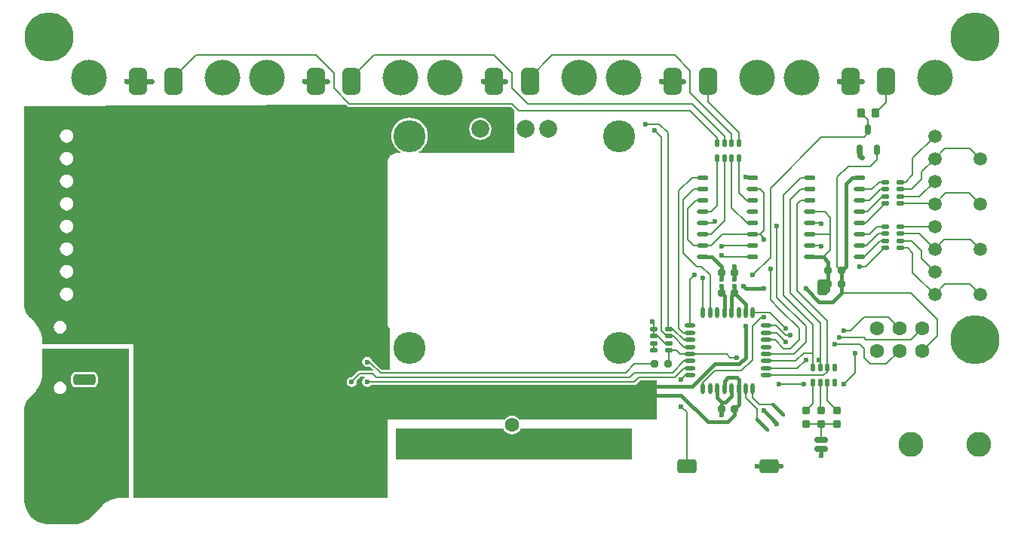
<source format=gtl>
G04*
G04 #@! TF.GenerationSoftware,Altium Limited,Altium Designer,18.0.7 (293)*
G04*
G04 Layer_Physical_Order=1*
G04 Layer_Color=255*
%FSLAX25Y25*%
%MOIN*%
G70*
G01*
G75*
%ADD11C,0.01575*%
%ADD12C,0.00591*%
%ADD15C,0.00787*%
G04:AMPARAMS|DCode=20|XSize=86.61mil|YSize=62.99mil|CornerRadius=15.75mil|HoleSize=0mil|Usage=FLASHONLY|Rotation=0.000|XOffset=0mil|YOffset=0mil|HoleType=Round|Shape=RoundedRectangle|*
%AMROUNDEDRECTD20*
21,1,0.08661,0.03150,0,0,0.0*
21,1,0.05512,0.06299,0,0,0.0*
1,1,0.03150,0.02756,-0.01575*
1,1,0.03150,-0.02756,-0.01575*
1,1,0.03150,-0.02756,0.01575*
1,1,0.03150,0.02756,0.01575*
%
%ADD20ROUNDEDRECTD20*%
G04:AMPARAMS|DCode=21|XSize=47.24mil|YSize=98.43mil|CornerRadius=11.81mil|HoleSize=0mil|Usage=FLASHONLY|Rotation=270.000|XOffset=0mil|YOffset=0mil|HoleType=Round|Shape=RoundedRectangle|*
%AMROUNDEDRECTD21*
21,1,0.04724,0.07480,0,0,270.0*
21,1,0.02362,0.09843,0,0,270.0*
1,1,0.02362,-0.03740,-0.01181*
1,1,0.02362,-0.03740,0.01181*
1,1,0.02362,0.03740,0.01181*
1,1,0.02362,0.03740,-0.01181*
%
%ADD21ROUNDEDRECTD21*%
G04:AMPARAMS|DCode=22|XSize=15.75mil|YSize=82.68mil|CornerRadius=7.87mil|HoleSize=0mil|Usage=FLASHONLY|Rotation=225.000|XOffset=0mil|YOffset=0mil|HoleType=Round|Shape=RoundedRectangle|*
%AMROUNDEDRECTD22*
21,1,0.01575,0.06693,0,0,225.0*
21,1,0.00000,0.08268,0,0,225.0*
1,1,0.01575,-0.02366,0.02366*
1,1,0.01575,-0.02366,0.02366*
1,1,0.01575,0.02366,-0.02366*
1,1,0.01575,0.02366,-0.02366*
%
%ADD22ROUNDEDRECTD22*%
G04:AMPARAMS|DCode=23|XSize=23.62mil|YSize=45.28mil|CornerRadius=5.91mil|HoleSize=0mil|Usage=FLASHONLY|Rotation=180.000|XOffset=0mil|YOffset=0mil|HoleType=Round|Shape=RoundedRectangle|*
%AMROUNDEDRECTD23*
21,1,0.02362,0.03347,0,0,180.0*
21,1,0.01181,0.04528,0,0,180.0*
1,1,0.01181,-0.00591,0.01673*
1,1,0.01181,0.00591,0.01673*
1,1,0.01181,0.00591,-0.01673*
1,1,0.01181,-0.00591,-0.01673*
%
%ADD23ROUNDEDRECTD23*%
G04:AMPARAMS|DCode=24|XSize=118.11mil|YSize=78.74mil|CornerRadius=19.68mil|HoleSize=0mil|Usage=FLASHONLY|Rotation=270.000|XOffset=0mil|YOffset=0mil|HoleType=Round|Shape=RoundedRectangle|*
%AMROUNDEDRECTD24*
21,1,0.11811,0.03937,0,0,270.0*
21,1,0.07874,0.07874,0,0,270.0*
1,1,0.03937,-0.01968,-0.03937*
1,1,0.03937,-0.01968,0.03937*
1,1,0.03937,0.01968,0.03937*
1,1,0.03937,0.01968,-0.03937*
%
%ADD24ROUNDEDRECTD24*%
G04:AMPARAMS|DCode=25|XSize=31.5mil|YSize=31.5mil|CornerRadius=7.87mil|HoleSize=0mil|Usage=FLASHONLY|Rotation=270.000|XOffset=0mil|YOffset=0mil|HoleType=Round|Shape=RoundedRectangle|*
%AMROUNDEDRECTD25*
21,1,0.03150,0.01575,0,0,270.0*
21,1,0.01575,0.03150,0,0,270.0*
1,1,0.01575,-0.00787,-0.00787*
1,1,0.01575,-0.00787,0.00787*
1,1,0.01575,0.00787,0.00787*
1,1,0.01575,0.00787,-0.00787*
%
%ADD25ROUNDEDRECTD25*%
G04:AMPARAMS|DCode=26|XSize=17.72mil|YSize=35.43mil|CornerRadius=4.43mil|HoleSize=0mil|Usage=FLASHONLY|Rotation=0.000|XOffset=0mil|YOffset=0mil|HoleType=Round|Shape=RoundedRectangle|*
%AMROUNDEDRECTD26*
21,1,0.01772,0.02657,0,0,0.0*
21,1,0.00886,0.03543,0,0,0.0*
1,1,0.00886,0.00443,-0.01329*
1,1,0.00886,-0.00443,-0.01329*
1,1,0.00886,-0.00443,0.01329*
1,1,0.00886,0.00443,0.01329*
%
%ADD26ROUNDEDRECTD26*%
G04:AMPARAMS|DCode=27|XSize=31.5mil|YSize=31.5mil|CornerRadius=4.72mil|HoleSize=0mil|Usage=FLASHONLY|Rotation=0.000|XOffset=0mil|YOffset=0mil|HoleType=Round|Shape=RoundedRectangle|*
%AMROUNDEDRECTD27*
21,1,0.03150,0.02205,0,0,0.0*
21,1,0.02205,0.03150,0,0,0.0*
1,1,0.00945,0.01102,-0.01102*
1,1,0.00945,-0.01102,-0.01102*
1,1,0.00945,-0.01102,0.01102*
1,1,0.00945,0.01102,0.01102*
%
%ADD27ROUNDEDRECTD27*%
G04:AMPARAMS|DCode=28|XSize=17.72mil|YSize=35.43mil|CornerRadius=4.43mil|HoleSize=0mil|Usage=FLASHONLY|Rotation=270.000|XOffset=0mil|YOffset=0mil|HoleType=Round|Shape=RoundedRectangle|*
%AMROUNDEDRECTD28*
21,1,0.01772,0.02657,0,0,270.0*
21,1,0.00886,0.03543,0,0,270.0*
1,1,0.00886,-0.01329,-0.00443*
1,1,0.00886,-0.01329,0.00443*
1,1,0.00886,0.01329,0.00443*
1,1,0.00886,0.01329,-0.00443*
%
%ADD28ROUNDEDRECTD28*%
%ADD29O,0.05118X0.02284*%
%ADD30O,0.01968X0.04724*%
%ADD31O,0.04724X0.01968*%
G04:AMPARAMS|DCode=32|XSize=39.37mil|YSize=35.43mil|CornerRadius=8.86mil|HoleSize=0mil|Usage=FLASHONLY|Rotation=270.000|XOffset=0mil|YOffset=0mil|HoleType=Round|Shape=RoundedRectangle|*
%AMROUNDEDRECTD32*
21,1,0.03937,0.01772,0,0,270.0*
21,1,0.02165,0.03543,0,0,270.0*
1,1,0.01772,-0.00886,-0.01083*
1,1,0.01772,-0.00886,0.01083*
1,1,0.01772,0.00886,0.01083*
1,1,0.01772,0.00886,-0.01083*
%
%ADD32ROUNDEDRECTD32*%
G04:AMPARAMS|DCode=33|XSize=27.56mil|YSize=59.06mil|CornerRadius=6.89mil|HoleSize=0mil|Usage=FLASHONLY|Rotation=270.000|XOffset=0mil|YOffset=0mil|HoleType=Round|Shape=RoundedRectangle|*
%AMROUNDEDRECTD33*
21,1,0.02756,0.04528,0,0,270.0*
21,1,0.01378,0.05906,0,0,270.0*
1,1,0.01378,-0.02264,-0.00689*
1,1,0.01378,-0.02264,0.00689*
1,1,0.01378,0.02264,0.00689*
1,1,0.01378,0.02264,-0.00689*
%
%ADD33ROUNDEDRECTD33*%
%ADD34C,0.05906*%
%ADD35C,0.14173*%
%ADD36C,0.07874*%
%ADD37C,0.06299*%
%ADD38C,0.21654*%
%ADD39C,0.11024*%
%ADD40C,0.15748*%
%ADD41C,0.02362*%
%ADD42C,0.02362*%
G36*
X143763Y186085D02*
X144186Y185803D01*
X144685Y185703D01*
X215995D01*
X217520Y184179D01*
Y165374D01*
X175451Y165374D01*
X175330Y165859D01*
X175766Y166092D01*
X176994Y167100D01*
X178003Y168329D01*
X178752Y169731D01*
X179214Y171253D01*
X179370Y172835D01*
X179214Y174417D01*
X178752Y175938D01*
X178003Y177340D01*
X176994Y178569D01*
X175766Y179578D01*
X174363Y180327D01*
X172842Y180789D01*
X171260Y180945D01*
X169678Y180789D01*
X168156Y180327D01*
X166754Y179578D01*
X165525Y178569D01*
X164517Y177340D01*
X163767Y175938D01*
X163306Y174417D01*
X163150Y172835D01*
X163306Y171253D01*
X163767Y169731D01*
X164517Y168329D01*
X165525Y167100D01*
X166754Y166092D01*
X167190Y165859D01*
X167068Y165374D01*
X166339D01*
X166339Y165374D01*
X165951Y165374D01*
X165854Y165354D01*
X165755D01*
X164994Y165203D01*
X164903Y165165D01*
X164806Y165146D01*
X164090Y164849D01*
X164007Y164794D01*
X163916Y164756D01*
X163338Y164370D01*
X162402D01*
Y163434D01*
X162015Y162856D01*
X161977Y162764D01*
X161923Y162682D01*
X161626Y161966D01*
X161607Y161869D01*
X161569Y161777D01*
X161417Y161017D01*
Y160918D01*
X161398Y160821D01*
X161398Y160433D01*
X161398Y90551D01*
X161398Y90551D01*
X161398Y90163D01*
X161417Y90066D01*
Y89968D01*
X161569Y89207D01*
X161607Y89116D01*
X161626Y89019D01*
X161923Y88302D01*
X161977Y88220D01*
X162015Y88129D01*
X162402Y87551D01*
Y69218D01*
X159005D01*
X154613Y73610D01*
X154599Y73680D01*
X154120Y74396D01*
X153404Y74874D01*
X152559Y75042D01*
X151714Y74874D01*
X150998Y74396D01*
X150519Y73680D01*
X150351Y72835D01*
X150519Y71990D01*
X150998Y71273D01*
X151714Y70795D01*
X152559Y70627D01*
X153404Y70795D01*
X153604Y70929D01*
X155194Y69339D01*
X154948Y68878D01*
X154848Y68898D01*
X149162D01*
X148663Y68798D01*
X148240Y68515D01*
X145869Y66144D01*
X145669Y66184D01*
X144824Y66016D01*
X144108Y65538D01*
X143630Y64821D01*
X143462Y63976D01*
X143630Y63131D01*
X144108Y62415D01*
X144824Y61937D01*
X145669Y61769D01*
X146514Y61937D01*
X147230Y62415D01*
X147709Y63131D01*
X147877Y63976D01*
X147796Y64382D01*
X149703Y66289D01*
X151222D01*
X151374Y65789D01*
X150998Y65538D01*
X150519Y64821D01*
X150351Y63976D01*
X150519Y63131D01*
X150998Y62415D01*
X151714Y61937D01*
X152559Y61769D01*
X153404Y61937D01*
X154120Y62415D01*
X154292Y62672D01*
X270669D01*
X271168Y62771D01*
X271592Y63054D01*
X273178Y64640D01*
X280512D01*
X280512Y47244D01*
X219934D01*
X219484Y47830D01*
X218620Y48493D01*
X217615Y48909D01*
X216535Y49051D01*
X215456Y48909D01*
X214451Y48493D01*
X213587Y47830D01*
X213137Y47244D01*
X161417D01*
Y12814D01*
X49213D01*
X49213Y80709D01*
X8878Y80709D01*
Y81614D01*
X8875Y81626D01*
X8877Y81639D01*
X8863Y82231D01*
X8854Y82268D01*
X8858Y82305D01*
X8742Y83484D01*
X8728Y83531D01*
Y83581D01*
X8496Y84743D01*
X8477Y84789D01*
X8472Y84838D01*
X8129Y85972D01*
X8105Y86016D01*
X8095Y86065D01*
X7642Y87159D01*
X7615Y87201D01*
X7600Y87248D01*
X7042Y88293D01*
X7010Y88331D01*
X6991Y88377D01*
X6333Y89362D01*
X6298Y89398D01*
X6274Y89442D01*
X5523Y90357D01*
X5494Y90381D01*
X5474Y90412D01*
X5065Y90842D01*
X5055Y90849D01*
X5048Y90859D01*
X3493Y92414D01*
X2901Y93006D01*
X1971Y94398D01*
X1330Y95946D01*
X1003Y97588D01*
Y98425D01*
X1003Y186027D01*
X143307Y186541D01*
X143763Y186085D01*
D02*
G37*
G36*
X356299Y109252D02*
X357283Y108268D01*
X357283Y104331D01*
X355315Y102362D01*
X352362D01*
X351378Y103347D01*
X351378Y108268D01*
X352362Y109252D01*
X356299Y109252D01*
D02*
G37*
G36*
X269685Y29528D02*
X165354D01*
Y43307D01*
X212713D01*
X212925Y42797D01*
X213587Y41934D01*
X214451Y41271D01*
X215456Y40854D01*
X216535Y40712D01*
X217615Y40854D01*
X218620Y41271D01*
X219484Y41934D01*
X220146Y42797D01*
X220358Y43307D01*
X269685D01*
Y29528D01*
D02*
G37*
G36*
X47244Y12814D02*
X44262D01*
X44250Y12812D01*
X44238Y12814D01*
X43658Y12800D01*
X43622Y12792D01*
X43584Y12795D01*
X42431Y12682D01*
X42383Y12667D01*
X42334D01*
X41197Y12441D01*
X41151Y12422D01*
X41101Y12417D01*
X39992Y12081D01*
X39948Y12057D01*
X39899Y12048D01*
X38829Y11604D01*
X38787Y11576D01*
X38739Y11562D01*
X37717Y11016D01*
X37679Y10984D01*
X37633Y10965D01*
X36669Y10321D01*
X36634Y10286D01*
X36590Y10262D01*
X35694Y9527D01*
X35670Y9498D01*
X35639Y9478D01*
X35219Y9078D01*
X35212Y9068D01*
X35201Y9061D01*
X30309Y4169D01*
X30309Y4169D01*
X29934Y3793D01*
X29113Y3120D01*
X28230Y2530D01*
X27293Y2029D01*
X26312Y1623D01*
X25296Y1315D01*
X24254Y1108D01*
X23198Y1003D01*
X11103D01*
X9698Y1188D01*
X8330Y1555D01*
X7021Y2097D01*
X5794Y2806D01*
X4670Y3668D01*
X3668Y4670D01*
X2806Y5794D01*
X2097Y7021D01*
X1555Y8330D01*
X1188Y9698D01*
X1003Y11103D01*
Y11811D01*
X1003Y51181D01*
Y52018D01*
X1330Y53661D01*
X1971Y55208D01*
X2901Y56600D01*
X3493Y57192D01*
X4647Y58346D01*
X5048Y58747D01*
X5055Y58757D01*
X5065Y58765D01*
X5474Y59194D01*
X5494Y59225D01*
X5523Y59249D01*
X6274Y60165D01*
X6298Y60209D01*
X6333Y60244D01*
X6991Y61229D01*
X7010Y61275D01*
X7042Y61313D01*
X7600Y62358D01*
X7615Y62406D01*
X7642Y62447D01*
X8095Y63542D01*
X8105Y63590D01*
X8129Y63634D01*
X8472Y64768D01*
X8477Y64817D01*
X8496Y64863D01*
X8728Y66025D01*
Y66075D01*
X8742Y66123D01*
X8858Y67301D01*
X8854Y67339D01*
X8863Y67375D01*
X8877Y67967D01*
X8875Y67980D01*
X8878Y67992D01*
Y78740D01*
X47244D01*
Y12814D01*
D02*
G37*
%LPC*%
G36*
X202520Y180948D02*
X201235Y180779D01*
X200038Y180283D01*
X199010Y179494D01*
X198221Y178466D01*
X197725Y177269D01*
X197556Y175984D01*
X197725Y174699D01*
X198221Y173502D01*
X199010Y172474D01*
X200038Y171686D01*
X201235Y171190D01*
X202520Y171020D01*
X203804Y171190D01*
X205002Y171686D01*
X206030Y172474D01*
X206818Y173502D01*
X207314Y174699D01*
X207483Y175984D01*
X207314Y177269D01*
X206818Y178466D01*
X206030Y179494D01*
X205002Y180283D01*
X203804Y180779D01*
X202520Y180948D01*
D02*
G37*
G36*
X19685Y175813D02*
X18904Y175710D01*
X18176Y175409D01*
X17551Y174929D01*
X17071Y174304D01*
X16770Y173576D01*
X16667Y172795D01*
X16770Y172014D01*
X17071Y171286D01*
X17551Y170661D01*
X18176Y170182D01*
X18904Y169880D01*
X19685Y169777D01*
X20466Y169880D01*
X21194Y170182D01*
X21819Y170661D01*
X22299Y171286D01*
X22600Y172014D01*
X22703Y172795D01*
X22600Y173576D01*
X22299Y174304D01*
X21819Y174929D01*
X21194Y175409D01*
X20466Y175710D01*
X19685Y175813D01*
D02*
G37*
G36*
Y165813D02*
X18904Y165710D01*
X18176Y165409D01*
X17551Y164929D01*
X17071Y164304D01*
X16770Y163576D01*
X16667Y162795D01*
X16770Y162014D01*
X17071Y161286D01*
X17551Y160661D01*
X18176Y160182D01*
X18904Y159880D01*
X19685Y159777D01*
X20466Y159880D01*
X21194Y160182D01*
X21819Y160661D01*
X22299Y161286D01*
X22600Y162014D01*
X22703Y162795D01*
X22600Y163576D01*
X22299Y164304D01*
X21819Y164929D01*
X21194Y165409D01*
X20466Y165710D01*
X19685Y165813D01*
D02*
G37*
G36*
Y155813D02*
X18904Y155710D01*
X18176Y155409D01*
X17551Y154929D01*
X17071Y154304D01*
X16770Y153576D01*
X16667Y152795D01*
X16770Y152014D01*
X17071Y151286D01*
X17551Y150661D01*
X18176Y150182D01*
X18904Y149880D01*
X19685Y149777D01*
X20466Y149880D01*
X21194Y150182D01*
X21819Y150661D01*
X22299Y151286D01*
X22600Y152014D01*
X22703Y152795D01*
X22600Y153576D01*
X22299Y154304D01*
X21819Y154929D01*
X21194Y155409D01*
X20466Y155710D01*
X19685Y155813D01*
D02*
G37*
G36*
Y145813D02*
X18904Y145710D01*
X18176Y145409D01*
X17551Y144929D01*
X17071Y144304D01*
X16770Y143576D01*
X16667Y142795D01*
X16770Y142014D01*
X17071Y141286D01*
X17551Y140661D01*
X18176Y140182D01*
X18904Y139880D01*
X19685Y139777D01*
X20466Y139880D01*
X21194Y140182D01*
X21819Y140661D01*
X22299Y141286D01*
X22600Y142014D01*
X22703Y142795D01*
X22600Y143576D01*
X22299Y144304D01*
X21819Y144929D01*
X21194Y145409D01*
X20466Y145710D01*
X19685Y145813D01*
D02*
G37*
G36*
Y135813D02*
X18904Y135710D01*
X18176Y135409D01*
X17551Y134929D01*
X17071Y134304D01*
X16770Y133576D01*
X16667Y132795D01*
X16770Y132014D01*
X17071Y131286D01*
X17551Y130661D01*
X18176Y130182D01*
X18904Y129880D01*
X19685Y129777D01*
X20466Y129880D01*
X21194Y130182D01*
X21819Y130661D01*
X22299Y131286D01*
X22600Y132014D01*
X22703Y132795D01*
X22600Y133576D01*
X22299Y134304D01*
X21819Y134929D01*
X21194Y135409D01*
X20466Y135710D01*
X19685Y135813D01*
D02*
G37*
G36*
Y125813D02*
X18904Y125710D01*
X18176Y125409D01*
X17551Y124929D01*
X17071Y124304D01*
X16770Y123576D01*
X16667Y122795D01*
X16770Y122014D01*
X17071Y121286D01*
X17551Y120661D01*
X18176Y120182D01*
X18904Y119880D01*
X19685Y119777D01*
X20466Y119880D01*
X21194Y120182D01*
X21819Y120661D01*
X22299Y121286D01*
X22600Y122014D01*
X22703Y122795D01*
X22600Y123576D01*
X22299Y124304D01*
X21819Y124929D01*
X21194Y125409D01*
X20466Y125710D01*
X19685Y125813D01*
D02*
G37*
G36*
Y115813D02*
X18904Y115710D01*
X18176Y115409D01*
X17551Y114929D01*
X17071Y114304D01*
X16770Y113576D01*
X16667Y112795D01*
X16770Y112014D01*
X17071Y111286D01*
X17551Y110661D01*
X18176Y110182D01*
X18904Y109880D01*
X19685Y109777D01*
X20466Y109880D01*
X21194Y110182D01*
X21819Y110661D01*
X22299Y111286D01*
X22600Y112014D01*
X22703Y112795D01*
X22600Y113576D01*
X22299Y114304D01*
X21819Y114929D01*
X21194Y115409D01*
X20466Y115710D01*
X19685Y115813D01*
D02*
G37*
G36*
Y105813D02*
X18904Y105710D01*
X18176Y105409D01*
X17551Y104929D01*
X17071Y104304D01*
X16770Y103576D01*
X16667Y102795D01*
X16770Y102014D01*
X17071Y101286D01*
X17551Y100661D01*
X18176Y100182D01*
X18904Y99880D01*
X19685Y99777D01*
X20466Y99880D01*
X21194Y100182D01*
X21819Y100661D01*
X22299Y101286D01*
X22600Y102014D01*
X22703Y102795D01*
X22600Y103576D01*
X22299Y104304D01*
X21819Y104929D01*
X21194Y105409D01*
X20466Y105710D01*
X19685Y105813D01*
D02*
G37*
G36*
X16732Y90969D02*
X16013Y90874D01*
X15342Y90596D01*
X14767Y90154D01*
X14325Y89579D01*
X14047Y88908D01*
X13953Y88189D01*
X14047Y87470D01*
X14325Y86799D01*
X14767Y86224D01*
X15342Y85782D01*
X16013Y85504D01*
X16732Y85409D01*
X17452Y85504D01*
X18122Y85782D01*
X18698Y86224D01*
X19139Y86799D01*
X19417Y87470D01*
X19512Y88189D01*
X19417Y88908D01*
X19139Y89579D01*
X18698Y90154D01*
X18122Y90596D01*
X17452Y90874D01*
X16732Y90969D01*
D02*
G37*
G36*
X31299Y68349D02*
X23819D01*
X22974Y68181D01*
X22258Y67703D01*
X21779Y66987D01*
X21611Y66142D01*
Y63779D01*
X21779Y62935D01*
X22258Y62218D01*
X22974Y61740D01*
X23819Y61572D01*
X31299D01*
X32144Y61740D01*
X32860Y62218D01*
X33339Y62935D01*
X33507Y63779D01*
Y66142D01*
X33339Y66987D01*
X32860Y67703D01*
X32144Y68181D01*
X31299Y68349D01*
D02*
G37*
G36*
X16732Y64197D02*
X16013Y64102D01*
X15342Y63825D01*
X14767Y63383D01*
X14325Y62807D01*
X14047Y62137D01*
X13953Y61417D01*
X14047Y60698D01*
X14325Y60027D01*
X14767Y59452D01*
X15342Y59010D01*
X16013Y58732D01*
X16732Y58638D01*
X17452Y58732D01*
X18122Y59010D01*
X18698Y59452D01*
X19139Y60027D01*
X19417Y60698D01*
X19512Y61417D01*
X19417Y62137D01*
X19139Y62807D01*
X18698Y63383D01*
X18122Y63825D01*
X17452Y64102D01*
X16732Y64197D01*
D02*
G37*
%LPD*%
D11*
X356299Y107283D02*
X356299Y107283D01*
Y113189D01*
X319882Y105315D02*
X327756D01*
X324803Y26575D02*
X330118D01*
X335630D01*
X335630Y26575D01*
X362205Y103347D02*
Y113189D01*
X364173Y151575D02*
X366909Y154311D01*
X364173Y115157D02*
Y151575D01*
X362205Y113189D02*
X364173Y115157D01*
X366909Y154311D02*
X370276D01*
X291339Y58071D02*
X303150Y46260D01*
X271654Y58071D02*
X291339D01*
X330709Y48228D02*
X333661Y45276D01*
X327756Y51181D02*
X330709Y48228D01*
X353346Y31496D02*
Y34449D01*
X309055Y49213D02*
Y52165D01*
X324803Y26575D02*
Y26575D01*
X356299Y113189D02*
X356299D01*
Y117126D01*
X354114Y119311D02*
X356299Y117126D01*
X348228Y119311D02*
X354114D01*
X309055Y55118D02*
X311024D01*
X313583Y57677D01*
Y61171D01*
X309055Y52165D02*
Y55118D01*
X307283Y56890D02*
X309055Y55118D01*
X307283Y56890D02*
Y61171D01*
X309055Y103346D02*
X310433Y101968D01*
Y94636D02*
Y101968D01*
X309055Y106299D02*
X309055Y106299D01*
Y103346D02*
Y106299D01*
X309055Y109252D02*
Y112205D01*
Y115157D01*
X304902Y119311D02*
X309055Y115157D01*
X300984Y119311D02*
X304902D01*
X275590Y62008D02*
X296260D01*
X271654D02*
X275590D01*
X296260D02*
X306102Y71850D01*
X316929D02*
X319882Y74803D01*
X306102Y71850D02*
X316929D01*
X319882Y74803D02*
Y88583D01*
X303150Y46260D02*
X312008D01*
X314961Y49213D01*
X346457Y105315D02*
X352362Y99410D01*
X358268D01*
X362205Y103347D01*
X314961Y49213D02*
Y52165D01*
X318898Y106299D02*
X319882Y105315D01*
X319882Y94636D02*
Y98425D01*
X314961Y103346D02*
X319882Y98425D01*
X314961Y109252D02*
X314961Y109252D01*
Y112205D01*
X314961Y106299D02*
X314961Y106299D01*
Y103346D02*
Y106299D01*
X314961Y52165D02*
X316732Y53937D01*
Y61171D01*
Y65157D01*
X315945Y65945D02*
X316732Y65157D01*
X312008Y65945D02*
X315945D01*
X310433Y64370D02*
X312008Y65945D01*
X310433Y61171D02*
Y64370D01*
X313583Y101969D02*
X314961Y103346D01*
X313583Y94636D02*
Y101969D01*
X314961Y112205D02*
X314961Y112205D01*
X314961Y112205D02*
Y115157D01*
X319882Y154528D02*
X322815D01*
X323031Y154311D01*
D12*
X129921Y208661D02*
X137795Y200787D01*
X76772Y208661D02*
X129921D01*
X66929Y198819D02*
X76772Y208661D01*
X208661D02*
X216535Y200787D01*
X155512Y208661D02*
X208661D01*
X145669Y198819D02*
X155512Y208661D01*
X295276Y191929D02*
Y201772D01*
X288386Y208661D02*
X295276Y201772D01*
X234252Y208661D02*
X288386D01*
X224410Y198819D02*
X234252Y208661D01*
X303150Y196850D02*
Y196850D01*
Y187992D02*
Y192913D01*
Y187992D02*
X316732Y174409D01*
X137795Y193898D02*
Y200787D01*
X330561Y94636D02*
X337598Y87598D01*
X337598D01*
X336614Y78740D02*
X339567D01*
X332726Y82628D02*
X336614Y78740D01*
X339567D02*
X343504Y82677D01*
Y87598D01*
X328740Y82628D02*
X332726D01*
X323031Y94636D02*
X330561D01*
X337598Y84646D02*
X339567D01*
X333317Y88927D02*
X337598Y84646D01*
X328740Y88927D02*
X333317D01*
X333514Y85777D02*
X337598Y81693D01*
X334646Y96457D02*
X343504Y87598D01*
X334646Y96457D02*
X334646D01*
X330709Y100394D02*
X334646Y96457D01*
X330709Y100394D02*
Y114173D01*
X327756Y126969D02*
Y127717D01*
X326161Y129311D02*
X327756Y127717D01*
X374016Y174213D02*
Y175689D01*
X372047Y172244D02*
X374016Y174213D01*
X353346Y172244D02*
X372047D01*
X330709Y149606D02*
X353346Y172244D01*
X330709Y119095D02*
Y149606D01*
X374016Y175689D02*
Y179921D01*
X370866Y183071D02*
X374016Y179921D01*
X357283Y129646D02*
Y136811D01*
Y122480D02*
Y129646D01*
X356949Y129311D02*
X357283Y129646D01*
X348228Y129311D02*
X356949D01*
X354114Y119311D02*
X357283Y122480D01*
X354784Y139311D02*
X357283Y136811D01*
X348228Y139311D02*
X354784D01*
X295276Y191929D02*
X313583Y173622D01*
X224410Y196850D02*
Y198819D01*
X145669Y196850D02*
Y198819D01*
X66929Y196850D02*
Y198819D01*
X345472Y76772D02*
X349606D01*
X341880Y73179D02*
X345472Y76772D01*
X328740Y73179D02*
X341880D01*
X333661Y101378D02*
X346457Y88583D01*
Y81693D02*
Y88583D01*
X341092Y76329D02*
X346457Y81693D01*
X328740Y76329D02*
X341092D01*
X333661Y101378D02*
Y132874D01*
X352756Y70276D02*
Y90158D01*
X349606Y76772D02*
Y89370D01*
X336614Y102362D02*
X349606Y89370D01*
X336614Y102362D02*
Y146653D01*
X339567Y103347D02*
X352756Y90158D01*
X339567Y103347D02*
Y144685D01*
X355906Y70276D02*
Y90945D01*
X342520Y104331D02*
X355906Y90945D01*
X342520Y104331D02*
Y142717D01*
X359252Y80709D02*
X370079D01*
X361221Y83661D02*
X372047D01*
X363189Y86614D02*
X366142D01*
X328740Y85777D02*
X333514D01*
X387717Y87677D02*
X387795D01*
X382874Y92520D02*
X387717Y87677D01*
X372047Y92520D02*
X382874D01*
X366142Y86614D02*
X372047Y92520D01*
X392795Y82677D02*
X397795Y87677D01*
X373031Y82677D02*
X392795D01*
X372047Y83661D02*
X373031Y82677D01*
X381968Y71850D02*
X387795Y77677D01*
X375000Y71850D02*
X381968D01*
X372047Y74803D02*
X375000Y71850D01*
X372047Y74803D02*
Y78740D01*
X370079Y80709D02*
X372047Y78740D01*
X368110Y67913D02*
Y76772D01*
X363189Y62992D02*
X368110Y67913D01*
X152559Y63976D02*
X270669D01*
X156496Y65945D02*
X268701D01*
X154848Y67593D02*
X156496Y65945D01*
X149162Y67593D02*
X154848D01*
X145669Y64100D02*
X149162Y67593D01*
X266732Y67913D02*
X270669Y71850D01*
X158465Y67913D02*
X266732D01*
X153543Y72835D02*
X158465Y67913D01*
X268701Y65945D02*
X270669Y67913D01*
X152559Y72835D02*
X153543D01*
X270669Y63976D02*
X272638Y65945D01*
X145669Y63976D02*
Y64100D01*
X292667Y73179D02*
X295276D01*
X287402Y67913D02*
X292667Y73179D01*
X270669Y67913D02*
X287402D01*
X288386Y65945D02*
X292470Y70029D01*
X272638Y65945D02*
X288386D01*
X292470Y70029D02*
X295276D01*
X270669Y71850D02*
X279528D01*
X295276Y184055D02*
X307283Y172047D01*
X219488Y184055D02*
X295276D01*
X216535Y187008D02*
X219488Y184055D01*
X279528Y175197D02*
X282480Y172244D01*
Y86614D02*
Y172244D01*
X281496Y178150D02*
X285433Y174213D01*
Y87795D02*
Y174213D01*
X290354Y148622D02*
X296043Y154311D01*
X290354Y87598D02*
Y148622D01*
X292323Y144685D02*
X296949Y149311D01*
X292323Y121063D02*
Y144685D01*
Y121063D02*
X298228Y115157D01*
X296043Y154311D02*
X300984D01*
X298228Y115157D02*
X300197D01*
X296949Y149311D02*
X300984D01*
X331485Y54134D02*
X334049Y51569D01*
X325787Y54134D02*
X331485D01*
X323031Y56890D02*
X325787Y54134D01*
X323031Y56890D02*
Y61171D01*
X324803Y47453D02*
X327368Y44888D01*
X324803Y47453D02*
Y52165D01*
X319882Y57087D02*
X324803Y52165D01*
X319882Y57087D02*
Y61171D01*
X322835Y73819D02*
Y88583D01*
X317913Y68898D02*
X322835Y73819D01*
X306102Y68898D02*
X317913D01*
X322835Y88583D02*
X326772Y92520D01*
X311467Y76329D02*
X312992Y74803D01*
X295276Y76329D02*
X311467D01*
X312992Y74803D02*
X315945D01*
X300984Y63780D02*
X306102Y68898D01*
X326772Y92520D02*
X327756D01*
X300984Y61171D02*
Y63780D01*
X322835Y111221D02*
X330709Y119095D01*
X326083Y149311D02*
X327756Y147638D01*
Y130905D02*
Y147638D01*
X326161Y129311D02*
X327756Y130905D01*
X144685Y187008D02*
X216535D01*
X137795Y193898D02*
X144685Y187008D01*
X216535Y193898D02*
Y200787D01*
Y193898D02*
X223425Y187008D01*
X296260Y187008D01*
X316732Y169685D02*
Y174409D01*
X284842Y84252D02*
X285827D01*
X282480Y86614D02*
X284842Y84252D01*
X354281Y66880D02*
X355906Y68504D01*
X328740Y66880D02*
X354281D01*
X334646Y62992D02*
X345472D01*
X285433Y71850D02*
X285827Y72244D01*
Y77953D01*
X289173D01*
X290797Y76329D01*
X295276D01*
X349606Y70276D02*
Y76772D01*
X342667Y70029D02*
X346457Y73819D01*
X328740Y70029D02*
X342667D01*
X355906Y68504D02*
Y70276D01*
X370079Y115157D02*
X373031D01*
Y115157D01*
X381102Y123228D01*
X381496D01*
X370276Y119311D02*
X372264D01*
X379330Y126377D01*
X381496D01*
X370276Y124311D02*
X373327D01*
X378543Y129527D01*
X381496D01*
X370276Y129311D02*
X374390D01*
X377755Y132676D01*
X381496D01*
X370276Y134311D02*
X372894D01*
X381496Y142913D01*
X370276Y139311D02*
X373563D01*
X380314Y146062D01*
X381496D01*
X370276Y144311D02*
X374626D01*
X379527Y149212D01*
X381496D01*
X370276Y149311D02*
X375689D01*
X378740Y152362D01*
X381496D01*
X393701Y112480D02*
X403386Y102795D01*
X393701Y112480D02*
Y121063D01*
X391536Y123228D02*
X393701Y121063D01*
X388189Y123228D02*
X391536D01*
X397638Y118543D02*
X403386Y112795D01*
X397638Y118543D02*
Y122047D01*
X393308Y126377D02*
X397638Y122047D01*
X388189Y126377D02*
X393308D01*
X396654Y129527D02*
X403386Y122795D01*
X388189Y129527D02*
X396654D01*
X397638Y157047D02*
X403386Y162795D01*
X397638Y153543D02*
Y157047D01*
X393306Y149212D02*
X397638Y153543D01*
X393701Y155512D02*
Y163110D01*
X390551Y152362D02*
X393701Y155512D01*
X388189Y152362D02*
X390551D01*
X393701Y163110D02*
X403386Y172795D01*
X388189Y149212D02*
X393306D01*
X396653Y146062D02*
X403386Y152795D01*
X388189Y146062D02*
X396653D01*
X403267Y132676D02*
X403386Y132795D01*
X388189Y132676D02*
X403267D01*
X403268Y142913D02*
X403386Y142795D01*
X388189Y142913D02*
X403268D01*
X403386Y162795D02*
X407913Y167323D01*
X418858D01*
X423386Y162795D01*
X403386Y142795D02*
X408228Y147638D01*
X418543D01*
X423386Y142795D01*
X403386Y122795D02*
X407559Y126969D01*
X419213D01*
X423386Y122795D01*
X403386Y102795D02*
X407874Y107283D01*
X418898D01*
X423386Y102795D01*
X275590Y178150D02*
X281496D01*
X353051Y124311D02*
X353346Y124016D01*
X348228Y124311D02*
X353051D01*
X336614Y146653D02*
X344272Y154311D01*
X348228D01*
X339567Y144685D02*
X344193Y149311D01*
X348228D01*
X342520Y142717D02*
X344114Y144311D01*
X348228D01*
X307283Y169685D02*
Y172047D01*
X296260Y187008D02*
X310433Y172835D01*
Y169685D02*
Y172835D01*
X313583Y169685D02*
Y173622D01*
X285433Y87795D02*
X285827Y87402D01*
Y84252D02*
X287795D01*
X292569Y79478D01*
X295276D01*
X285827Y87402D02*
X287598D01*
X292372Y82628D01*
X295276D01*
X323031Y129311D02*
X326161D01*
X323031Y149311D02*
X326083D01*
X309429Y129311D02*
X323031D01*
X304429Y124311D02*
X309429Y129311D01*
X300984Y124311D02*
X304429D01*
X292175Y85777D02*
X295276D01*
X290354Y87598D02*
X292175Y85777D01*
X304134Y94636D02*
Y111220D01*
X300197Y115157D02*
X304134Y111220D01*
X296949Y124311D02*
X300984D01*
X294291Y126969D02*
X296949Y124311D01*
X294291Y126969D02*
Y140748D01*
X297854Y144311D01*
X300984D01*
D15*
X305571Y134311D02*
X306102Y134843D01*
X300984Y134311D02*
X305571D01*
X293898Y26575D02*
Y50591D01*
X291339Y53150D02*
X293898Y50591D01*
X360236Y115157D02*
X362205Y113189D01*
X360236Y115157D02*
Y154528D01*
X365158Y159449D01*
X375000D01*
X377756Y162205D01*
Y166831D01*
X377165Y183071D02*
X381890Y187795D01*
Y196850D01*
X291339Y64961D02*
X293258Y66880D01*
X295276D01*
X404528Y84409D02*
Y91535D01*
X392717Y103347D02*
X404528Y91535D01*
X362205Y103347D02*
X392717D01*
X397795Y77677D02*
X404528Y84409D01*
X353346Y38386D02*
Y45276D01*
X278543Y90551D02*
X279134Y89961D01*
Y87402D02*
Y89961D01*
X353346Y45276D02*
X360236D01*
X346457D02*
X353346D01*
X355906Y55512D02*
X360236Y51181D01*
X355906Y55512D02*
Y63583D01*
X346457Y51181D02*
X349606Y54331D01*
Y63583D01*
X352756Y51772D02*
X353346Y51181D01*
X352756Y51772D02*
Y63583D01*
X279134Y77953D02*
Y81102D01*
Y84252D02*
Y87402D01*
Y84252D02*
X280906D01*
X284055Y81102D01*
X285827D01*
X352894Y134311D02*
X353346Y133858D01*
X348228Y134311D02*
X352894D01*
X295276Y88927D02*
Y109252D01*
X297244Y111221D01*
X300984Y94636D02*
Y110039D01*
X309055Y120079D02*
X309823Y119311D01*
X323031D01*
X309055Y124016D02*
X309350Y124311D01*
X323031D01*
X320256Y144311D02*
X323031D01*
X316732Y147835D02*
X320256Y144311D01*
X316732Y147835D02*
Y162992D01*
X320413Y134311D02*
X323031D01*
X313583Y141142D02*
X320413Y134311D01*
X313583Y141142D02*
Y162992D01*
X310433Y135236D02*
Y162992D01*
X304508Y129311D02*
X310433Y135236D01*
X300984Y129311D02*
X304508D01*
X300984Y139311D02*
X304665D01*
X307283Y141929D01*
Y162992D01*
D20*
X330118Y26575D02*
D03*
X293898D02*
D03*
D21*
X27559Y64961D02*
D03*
Y84646D02*
D03*
Y74803D02*
D03*
D22*
X334049Y51569D02*
D03*
X330709Y48228D02*
D03*
X327368Y44888D02*
D03*
D23*
X370276Y166831D02*
D03*
X377756D02*
D03*
X374016Y175689D02*
D03*
D24*
X366142Y196850D02*
D03*
X381890D02*
D03*
X287402D02*
D03*
X303150D02*
D03*
X208661D02*
D03*
X224410D02*
D03*
X129921D02*
D03*
X145669D02*
D03*
X51181D02*
D03*
X66929D02*
D03*
D25*
X356299Y107283D02*
D03*
X362205D02*
D03*
X356299Y113189D02*
D03*
X362205D02*
D03*
X285433Y71850D02*
D03*
X279528D02*
D03*
X309055Y52165D02*
D03*
X314961D02*
D03*
X309055Y112205D02*
D03*
X314961D02*
D03*
X309055Y103346D02*
D03*
X314961D02*
D03*
D26*
X349606Y70276D02*
D03*
X352756D02*
D03*
X355906D02*
D03*
X359055D02*
D03*
Y63583D02*
D03*
X355906D02*
D03*
X352756D02*
D03*
X349606D02*
D03*
X307283Y162992D02*
D03*
X310433D02*
D03*
X313583D02*
D03*
X316732D02*
D03*
Y169685D02*
D03*
X313583D02*
D03*
X310433D02*
D03*
X307283D02*
D03*
D27*
X360236Y45276D02*
D03*
Y51181D02*
D03*
X353346Y45276D02*
D03*
Y51181D02*
D03*
X346457Y45276D02*
D03*
Y51181D02*
D03*
D28*
X388189Y152362D02*
D03*
Y149212D02*
D03*
Y146062D02*
D03*
Y142913D02*
D03*
X381496D02*
D03*
Y146062D02*
D03*
Y149212D02*
D03*
Y152362D02*
D03*
X388189Y132676D02*
D03*
Y129527D02*
D03*
Y126377D02*
D03*
Y123228D02*
D03*
X381496D02*
D03*
Y126377D02*
D03*
Y129527D02*
D03*
Y132676D02*
D03*
X285827Y77953D02*
D03*
Y81102D02*
D03*
Y84252D02*
D03*
Y87402D02*
D03*
X279134D02*
D03*
Y84252D02*
D03*
Y81102D02*
D03*
Y77953D02*
D03*
D29*
X370276Y154311D02*
D03*
Y149311D02*
D03*
Y144311D02*
D03*
Y139311D02*
D03*
Y119311D02*
D03*
Y124311D02*
D03*
Y129311D02*
D03*
Y134311D02*
D03*
X348228D02*
D03*
Y129311D02*
D03*
Y124311D02*
D03*
Y119311D02*
D03*
Y139311D02*
D03*
Y144311D02*
D03*
Y149311D02*
D03*
Y154311D02*
D03*
X300984Y154311D02*
D03*
Y149311D02*
D03*
Y144311D02*
D03*
Y139311D02*
D03*
Y119311D02*
D03*
Y124311D02*
D03*
Y129311D02*
D03*
Y134311D02*
D03*
X323031D02*
D03*
Y129311D02*
D03*
Y124311D02*
D03*
Y119311D02*
D03*
Y139311D02*
D03*
Y144311D02*
D03*
Y149311D02*
D03*
Y154311D02*
D03*
D30*
X300984Y61171D02*
D03*
X304134D02*
D03*
X307283D02*
D03*
X310433D02*
D03*
X313583D02*
D03*
X316732D02*
D03*
X319882D02*
D03*
X323031D02*
D03*
Y94636D02*
D03*
X319882D02*
D03*
X316732D02*
D03*
X313583D02*
D03*
X310433D02*
D03*
X307283D02*
D03*
X304134D02*
D03*
X300984D02*
D03*
D31*
X328740Y66880D02*
D03*
Y70029D02*
D03*
Y73179D02*
D03*
Y76329D02*
D03*
Y79478D02*
D03*
Y82628D02*
D03*
Y85777D02*
D03*
Y88927D02*
D03*
X295276D02*
D03*
Y85777D02*
D03*
Y82628D02*
D03*
Y79478D02*
D03*
Y76329D02*
D03*
Y73179D02*
D03*
Y70029D02*
D03*
Y66880D02*
D03*
D32*
X377165Y183071D02*
D03*
X370866D02*
D03*
D33*
X353346Y38386D02*
D03*
Y34449D02*
D03*
D34*
X9685Y102795D02*
D03*
Y122795D02*
D03*
Y142795D02*
D03*
Y162795D02*
D03*
X29685Y102795D02*
D03*
X9685Y112795D02*
D03*
X29685Y122795D02*
D03*
X9685Y132795D02*
D03*
X29685Y142795D02*
D03*
X9685Y152795D02*
D03*
X29685Y162795D02*
D03*
X9685Y172795D02*
D03*
X403386Y102795D02*
D03*
Y122795D02*
D03*
Y142795D02*
D03*
Y162795D02*
D03*
X423386Y102795D02*
D03*
X403386Y112795D02*
D03*
X423386Y122795D02*
D03*
X403386Y132795D02*
D03*
X423386Y142795D02*
D03*
X403386Y152795D02*
D03*
X423386Y162795D02*
D03*
X403386Y172795D02*
D03*
D35*
X171260Y79134D02*
D03*
X263779D02*
D03*
Y172835D02*
D03*
X171260D02*
D03*
D36*
X212520Y175984D02*
D03*
X202520D02*
D03*
X222520D02*
D03*
X232520D02*
D03*
D37*
X216535Y54882D02*
D03*
Y44882D02*
D03*
X397795Y87677D02*
D03*
Y77677D02*
D03*
X387795D02*
D03*
Y87677D02*
D03*
X377795D02*
D03*
Y77677D02*
D03*
D38*
X421260Y82677D02*
D03*
Y216535D02*
D03*
X11811D02*
D03*
D39*
X422776Y36417D02*
D03*
X392776D02*
D03*
X230768D02*
D03*
X260768D02*
D03*
X202303D02*
D03*
X172303D02*
D03*
X10295D02*
D03*
X40295D02*
D03*
D40*
X344488Y198819D02*
D03*
X403543D02*
D03*
X265748D02*
D03*
X324803D02*
D03*
X187008D02*
D03*
X246063D02*
D03*
X108268D02*
D03*
X167323D02*
D03*
X29528D02*
D03*
X88583D02*
D03*
D41*
X370276Y164173D02*
X371063Y163386D01*
X370276Y164173D02*
Y166831D01*
X361221Y196850D02*
X361221Y196850D01*
X366142D01*
X282480Y196850D02*
X282480Y196850D01*
X287402D01*
X203740Y196850D02*
X203740Y196850D01*
X208661D01*
X125000Y196850D02*
X125000Y196850D01*
X129921D01*
X46260Y196850D02*
X46260Y196850D01*
X51181D01*
X371063D02*
X371063Y196850D01*
X366142Y196850D02*
X371063D01*
X287402Y196850D02*
X292323D01*
X287402Y196850D02*
X287402Y196850D01*
X208661Y196850D02*
X208661Y196850D01*
X213583D01*
X134843Y196850D02*
X134843Y196850D01*
X129921Y196850D02*
X134843D01*
X57087D02*
X57087Y196850D01*
X51181Y196850D02*
X57087D01*
D42*
X353346Y104331D02*
D03*
Y107283D02*
D03*
X337598Y87598D02*
D03*
Y81693D02*
D03*
X339567Y84646D02*
D03*
X327756Y105315D02*
D03*
X330709Y114173D02*
D03*
X327756Y126969D02*
D03*
X306102Y134843D02*
D03*
X335630Y26575D02*
D03*
X371063Y163386D02*
D03*
X291339Y53150D02*
D03*
Y64961D02*
D03*
X361221Y196850D02*
D03*
X282480D02*
D03*
X203740D02*
D03*
X125000D02*
D03*
X46260D02*
D03*
X371063D02*
D03*
X292323D02*
D03*
X213583D02*
D03*
X134843D02*
D03*
X57087D02*
D03*
X333661Y45276D02*
D03*
X327756Y51181D02*
D03*
X353346Y31496D02*
D03*
X309055Y49213D02*
D03*
X324803Y26575D02*
D03*
X309055Y106299D02*
D03*
Y109252D02*
D03*
X359252Y80709D02*
D03*
X361221Y83661D02*
D03*
X363189Y86614D02*
D03*
X368110Y76772D02*
D03*
X275590Y62008D02*
D03*
X278543Y90551D02*
D03*
X152559Y63976D02*
D03*
Y72835D02*
D03*
X145669Y63976D02*
D03*
X315945Y74803D02*
D03*
X327756Y92520D02*
D03*
X322835Y111221D02*
D03*
X319882Y88583D02*
D03*
X318898Y106299D02*
D03*
X346457Y105315D02*
D03*
X363189Y62992D02*
D03*
X345472D02*
D03*
X334646D02*
D03*
X352362Y73819D02*
D03*
X346457D02*
D03*
X275590Y178150D02*
D03*
X279528Y175197D02*
D03*
X370079Y115157D02*
D03*
X353346Y124016D02*
D03*
X333661Y132874D02*
D03*
X353346Y133858D02*
D03*
X297244Y111221D02*
D03*
X300984Y110039D02*
D03*
X309055Y120079D02*
D03*
Y124016D02*
D03*
X314961Y109252D02*
D03*
Y106299D02*
D03*
Y115157D02*
D03*
X319882Y154528D02*
D03*
M02*

</source>
